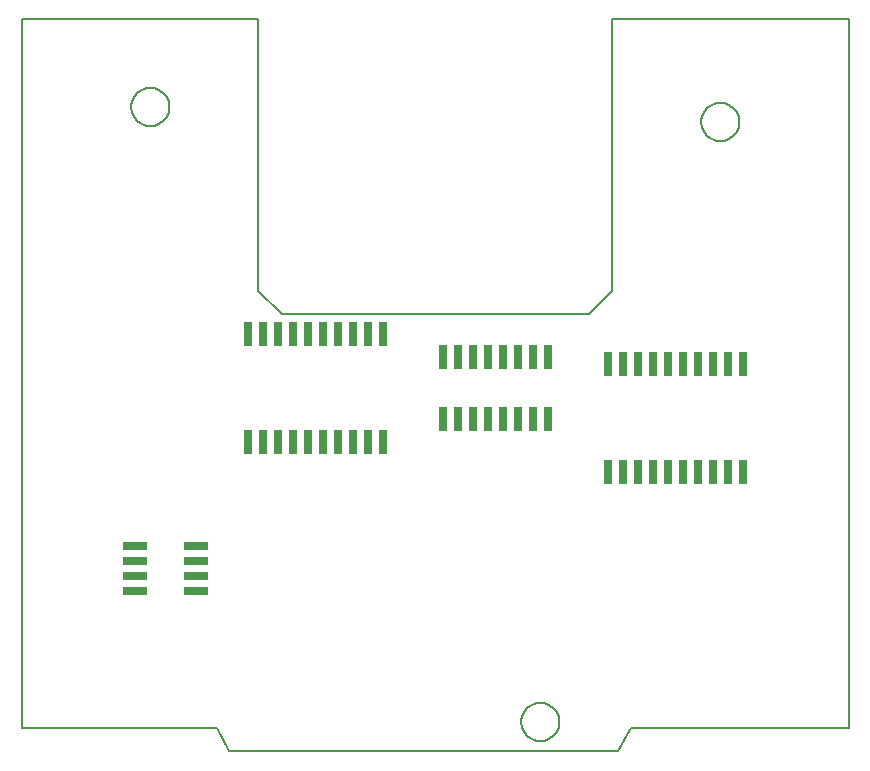
<source format=gbr>
G04 PROTEUS GERBER X2 FILE*
%TF.GenerationSoftware,Labcenter,Proteus,8.12-SP2-Build31155*%
%TF.CreationDate,2024-12-02T21:26:45+00:00*%
%TF.FileFunction,Paste,Top*%
%TF.FilePolarity,Positive*%
%TF.Part,Single*%
%TF.SameCoordinates,{72233389-6efe-41d5-b27f-3128bedcde57}*%
%FSLAX45Y45*%
%MOMM*%
G01*
%TA.AperFunction,Material*%
%ADD38R,0.635000X2.032000*%
%TA.AperFunction,Material*%
%ADD39R,2.032000X0.635000*%
%TA.AperFunction,Profile*%
%ADD71C,0.203200*%
%TD.AperFunction*%
D38*
X+3055500Y+3330200D03*
X+2928500Y+3330200D03*
X+2801500Y+3330200D03*
X+2674500Y+3330200D03*
X+2547500Y+3330200D03*
X+2420500Y+3330200D03*
X+2293500Y+3330200D03*
X+2166500Y+3330200D03*
X+2039500Y+3330200D03*
X+1912500Y+3330200D03*
X+1912500Y+2415800D03*
X+2039500Y+2415800D03*
X+2166500Y+2415800D03*
X+2293500Y+2415800D03*
X+2420500Y+2415800D03*
X+2547500Y+2415800D03*
X+2674500Y+2415800D03*
X+2801500Y+2415800D03*
X+2928500Y+2415800D03*
X+3055500Y+2415800D03*
X+4960500Y+2161800D03*
X+5087500Y+2161800D03*
X+5214500Y+2161800D03*
X+5341500Y+2161800D03*
X+5468500Y+2161800D03*
X+5595500Y+2161800D03*
X+5722500Y+2161800D03*
X+5849500Y+2161800D03*
X+5976500Y+2161800D03*
X+6103500Y+2161800D03*
X+6103500Y+3076200D03*
X+5976500Y+3076200D03*
X+5849500Y+3076200D03*
X+5722500Y+3076200D03*
X+5595500Y+3076200D03*
X+5468500Y+3076200D03*
X+5341500Y+3076200D03*
X+5214500Y+3076200D03*
X+5087500Y+3076200D03*
X+4960500Y+3076200D03*
X+3563500Y+2616650D03*
X+3690500Y+2616650D03*
X+3817500Y+2616650D03*
X+3944500Y+2616650D03*
X+4071500Y+2616650D03*
X+4198500Y+2616650D03*
X+4325500Y+2616650D03*
X+4452500Y+2616650D03*
X+4452500Y+3137350D03*
X+4325500Y+3137350D03*
X+4198500Y+3137350D03*
X+4071500Y+3137350D03*
X+3944500Y+3137350D03*
X+3817500Y+3137350D03*
X+3690500Y+3137350D03*
X+3563500Y+3137350D03*
D39*
X+1474350Y+1158500D03*
X+1474350Y+1285500D03*
X+1474350Y+1412500D03*
X+1474350Y+1539500D03*
X+953650Y+1539500D03*
X+953650Y+1412500D03*
X+953650Y+1285500D03*
X+953650Y+1158500D03*
D71*
X+0Y+0D02*
X+1650000Y+0D01*
X+7000000Y+0D02*
X+7000000Y+6000000D01*
X+5000000Y+6000000D01*
X+5000000Y+3700000D01*
X+4800000Y+3500000D01*
X+2200000Y+3500000D01*
X+2000000Y+3700000D02*
X+2000000Y+6000000D01*
X+0Y+6000000D01*
X+0Y+0D01*
X+2000000Y+3700000D02*
X+2200000Y+3500000D01*
X+5160000Y+0D02*
X+7000000Y+0D01*
X+1750000Y-200000D02*
X+5050000Y-200000D01*
X+1650000Y+0D02*
X+1750000Y-200000D01*
X+5160000Y+0D02*
X+5050000Y-200000D01*
X+4550045Y+50000D02*
X+4549508Y+63142D01*
X+4545144Y+89427D01*
X+4536029Y+115712D01*
X+4521182Y+141997D01*
X+4498470Y+168118D01*
X+4472185Y+187898D01*
X+4445900Y+200658D01*
X+4419615Y+208108D01*
X+4393330Y+210987D01*
X+4389000Y+211045D01*
X+4227955Y+50000D02*
X+4228492Y+63142D01*
X+4232856Y+89427D01*
X+4241971Y+115712D01*
X+4256818Y+141997D01*
X+4279530Y+168118D01*
X+4305815Y+187898D01*
X+4332100Y+200658D01*
X+4358385Y+208108D01*
X+4384670Y+210987D01*
X+4389000Y+211045D01*
X+4227955Y+50000D02*
X+4228492Y+36858D01*
X+4232856Y+10573D01*
X+4241971Y-15712D01*
X+4256818Y-41997D01*
X+4279530Y-68118D01*
X+4305815Y-87898D01*
X+4332100Y-100658D01*
X+4358385Y-108108D01*
X+4384670Y-110987D01*
X+4389000Y-111045D01*
X+4550045Y+50000D02*
X+4549508Y+36858D01*
X+4545144Y+10573D01*
X+4536029Y-15712D01*
X+4521182Y-41997D01*
X+4498470Y-68118D01*
X+4472185Y-87898D01*
X+4445900Y-100658D01*
X+4419615Y-108108D01*
X+4393330Y-110987D01*
X+4389000Y-111045D01*
X+6074045Y+5130000D02*
X+6073508Y+5143142D01*
X+6069144Y+5169427D01*
X+6060029Y+5195712D01*
X+6045182Y+5221997D01*
X+6022470Y+5248118D01*
X+5996185Y+5267898D01*
X+5969900Y+5280658D01*
X+5943615Y+5288108D01*
X+5917330Y+5290987D01*
X+5913000Y+5291045D01*
X+5751955Y+5130000D02*
X+5752492Y+5143142D01*
X+5756856Y+5169427D01*
X+5765971Y+5195712D01*
X+5780818Y+5221997D01*
X+5803530Y+5248118D01*
X+5829815Y+5267898D01*
X+5856100Y+5280658D01*
X+5882385Y+5288108D01*
X+5908670Y+5290987D01*
X+5913000Y+5291045D01*
X+5751955Y+5130000D02*
X+5752492Y+5116858D01*
X+5756856Y+5090573D01*
X+5765971Y+5064288D01*
X+5780818Y+5038003D01*
X+5803530Y+5011882D01*
X+5829815Y+4992102D01*
X+5856100Y+4979342D01*
X+5882385Y+4971892D01*
X+5908670Y+4969013D01*
X+5913000Y+4968955D01*
X+6074045Y+5130000D02*
X+6073508Y+5116858D01*
X+6069144Y+5090573D01*
X+6060029Y+5064288D01*
X+6045182Y+5038003D01*
X+6022470Y+5011882D01*
X+5996185Y+4992102D01*
X+5969900Y+4979342D01*
X+5943615Y+4971892D01*
X+5917330Y+4969013D01*
X+5913000Y+4968955D01*
X+1248045Y+5257000D02*
X+1247508Y+5270142D01*
X+1243144Y+5296427D01*
X+1234029Y+5322712D01*
X+1219182Y+5348997D01*
X+1196470Y+5375118D01*
X+1170185Y+5394898D01*
X+1143900Y+5407658D01*
X+1117615Y+5415108D01*
X+1091330Y+5417987D01*
X+1087000Y+5418045D01*
X+925955Y+5257000D02*
X+926492Y+5270142D01*
X+930856Y+5296427D01*
X+939971Y+5322712D01*
X+954818Y+5348997D01*
X+977530Y+5375118D01*
X+1003815Y+5394898D01*
X+1030100Y+5407658D01*
X+1056385Y+5415108D01*
X+1082670Y+5417987D01*
X+1087000Y+5418045D01*
X+925955Y+5257000D02*
X+926492Y+5243858D01*
X+930856Y+5217573D01*
X+939971Y+5191288D01*
X+954818Y+5165003D01*
X+977530Y+5138882D01*
X+1003815Y+5119102D01*
X+1030100Y+5106342D01*
X+1056385Y+5098892D01*
X+1082670Y+5096013D01*
X+1087000Y+5095955D01*
X+1248045Y+5257000D02*
X+1247508Y+5243858D01*
X+1243144Y+5217573D01*
X+1234029Y+5191288D01*
X+1219182Y+5165003D01*
X+1196470Y+5138882D01*
X+1170185Y+5119102D01*
X+1143900Y+5106342D01*
X+1117615Y+5098892D01*
X+1091330Y+5096013D01*
X+1087000Y+5095955D01*
M02*

</source>
